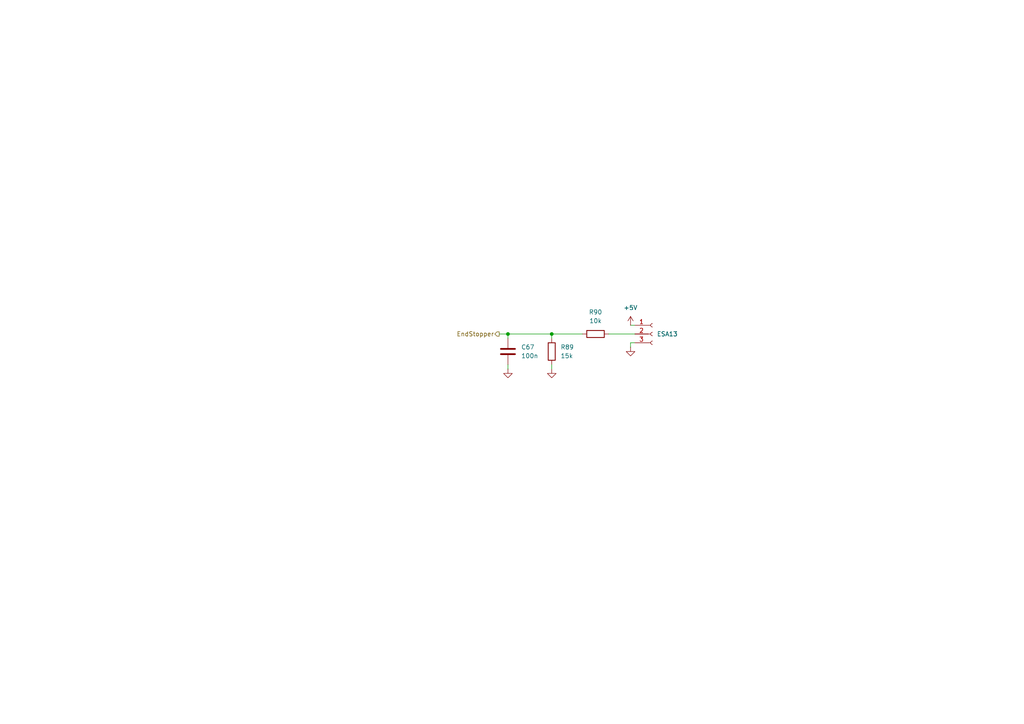
<source format=kicad_sch>
(kicad_sch (version 20250114) (generator "eeschema") (generator_version "9.0")
  (paper "A4")
  (title_block (company "МГТУ им. Н.Э.Баумана") (comment 1 "БИГЕ.351101.001 Э3") (comment 2 "Филимонов С.В.") (comment 3 "Семеренко Д.А."))
  (lib_symbols
    (symbol "Connector:Conn_01x03_Socket" (pin_names (offset 1.016) (hide yes))
      (property "Reference" "J" (at 0 5.08 0))
      (property "Value" "Conn_01x03_Socket" (at 0 -5.08 0))
      (symbol "Conn_01x03_Socket_1_1"
        (polyline (pts (xy -1.27 2.54) (xy -0.508 2.54)) (stroke (width 0.1524)))
        (polyline (pts (xy -1.27 0) (xy -0.508 0)) (stroke (width 0.1524)))
        (polyline (pts (xy -1.27 -2.54) (xy -0.508 -2.54)) (stroke (width 0.1524)))
        (arc (start 0 2.032) (mid -0.5058 2.54) (end 0 3.048) (stroke (width 0.1524)))
        (arc (start 0 -0.508) (mid -0.5058 0) (end 0 0.508) (stroke (width 0.1524)))
        (arc (start 0 -3.048) (mid -0.5058 -2.54) (end 0 -2.032) (stroke (width 0.1524)))
        (pin passive line (at -5.08 2.54 0) (length 3.81) (name "Pin_1") (number "1"))
        (pin passive line (at -5.08 0 0) (length 3.81) (name "Pin_2") (number "2"))
        (pin passive line (at -5.08 -2.54 0) (length 3.81) (name "Pin_3") (number "3"))
      )
    )
    (symbol "Device:C" (pin_numbers (hide yes)) (pin_names (offset 0.254))
      (property "Reference" "C" (at 0.635 2.54 0))
      (property "Value" "C" (at 0.635 -2.54 0))
      (symbol "C_0_1"
        (polyline (pts (xy -2.032 0.762) (xy 2.032 0.762)) (stroke (width 0.508)))
        (polyline (pts (xy -2.032 -0.762) (xy 2.032 -0.762)) (stroke (width 0.508)))
      )
      (symbol "C_1_1"
        (pin passive line (at 0 3.81 270) (length 2.794) (name "~") (number "1"))
        (pin passive line (at 0 -3.81 90) (length 2.794) (name "~") (number "2"))
      )
    )
    (symbol "Device:R" (pin_numbers (hide yes)) (pin_names (offset 0))
      (property "Reference" "R" (at 2.032 0 90))
      (property "Value" "R" (at 0 0 90))
      (symbol "R_0_1"
        (rectangle (start -1.016 -2.54) (end 1.016 2.54) (stroke (width 0.254)))
      )
      (symbol "R_1_1"
        (pin passive line (at 0 3.81 270) (length 1.27) (name "~") (number "1"))
        (pin passive line (at 0 -3.81 90) (length 1.27) (name "~") (number "2"))
      )
    )
    (symbol "power:+5V" (power) (pin_numbers (hide yes)) (pin_names (offset 0) (hide yes))
      (property "Value" "+5V" (at 0 3.556 0))
      (symbol "+5V_0_1"
        (polyline (pts (xy -0.762 1.27) (xy 0 2.54)))
        (polyline (pts (xy 0 2.54) (xy 0.762 1.27)))
        (polyline (pts (xy 0 0) (xy 0 2.54)))
      )
      (symbol "+5V_1_1"
        (pin power_in line (at 0 0 90) (length 0) (name "~") (number "1"))
      )
    )
    (symbol "power:GND" (power) (pin_numbers (hide yes)) (pin_names (offset 0) (hide yes))
      (property "Value" "GND" (at 0 -3.81 0))
      (symbol "GND_0_1"
        (polyline (pts (xy 0 0) (xy 0 -1.27) (xy 1.27 -1.27) (xy 0 -2.54) (xy -1.27 -1.27) (xy 0 -1.27)))
      )
      (symbol "GND_1_1"
        (pin power_in line (at 0 0 270) (length 0) (name "~") (number "1"))
      )
    )
  )
  (junction (at 147.3253 96.8766))
  (junction (at 160.0253 96.8766))
  (wire (pts (xy 182.8853 99.4166) (xy 184.1553 99.4166)))
  (wire (pts (xy 182.8853 100.6866) (xy 182.8853 99.4166)))
  (wire (pts (xy 160.0253 105.7666) (xy 160.0253 107.0366)))
  (wire (pts (xy 147.3253 105.7666) (xy 147.3253 107.0366)))
  (wire (pts (xy 144.7853 96.8766) (xy 147.3253 96.8766)))
  (wire (pts (xy 147.3253 96.8766) (xy 160.0253 96.8766)))
  (wire (pts (xy 160.0253 96.8766) (xy 160.0253 98.1466)))
  (wire (pts (xy 176.5353 96.8766) (xy 184.1553 96.8766)))
  (wire (pts (xy 147.3253 96.8766) (xy 147.3253 98.1466)))
  (wire (pts (xy 182.8853 94.3366) (xy 184.1553 94.3366)))
  (wire (pts (xy 160.0253 96.8766) (xy 168.9153 96.8766)))
  (hierarchical_label "EndStopper" (shape output) (at 144.7853 96.8766 180))
  (symbol (lib_id "power:GND") (at 182.8853 100.6866 0) (unit 1)
    (property "Reference" "#PWR0222" (effects (hide yes)))
    (property "Value" "GND" (effects (hide yes)))
    (property "Description" "Power symbol creates a global label with name \"GND\" , ground" (effects (hide yes)))
    (instances (project "Squid" (path "" (reference "#PWR0226") (unit 1)) (path "" (reference "#PWR0234") (unit 1)) (path "" (reference "#PWR0238") (unit 1)) (path "" (reference "#PWR0218") (unit 1)) (path "" (reference "#PWR0222") (unit 1)) (path "" (reference "#PWR0230") (unit 1))))
  )
  (symbol (lib_id "Device:R") (at 172.7253 96.8766 270) (unit 1)
    (property "Reference" "R88" (at 172.7253 90.5266 90))
    (property "Value" "10k" (at 172.7253 93.0666 90))
    (property "Footprint" "Resistor_SMD:R_0805_2012Metric" (effects (hide yes)))
    (property "Description" "Resistor" (effects (hide yes)))
    (instances (project "Squid" (path "" (reference "R90") (unit 1)) (path "" (reference "R94") (unit 1)) (path "" (reference "R96") (unit 1)) (path "" (reference "R86") (unit 1)) (path "" (reference "R88") (unit 1)) (path "" (reference "R92") (unit 1))))
  )
  (symbol (lib_id "Device:C") (at 147.3253 101.9566 0) (unit 1)
    (property "Reference" "C66" (at 151.1353 100.6865 0) (effects (justify left)))
    (property "Value" "100n" (at 151.1353 103.2265 0) (effects (justify left)))
    (property "Footprint" "Capacitor_SMD:C_0805_2012Metric" (effects (hide yes)))
    (property "Description" "Unpolarized capacitor" (effects (hide yes)))
    (instances (project "Squid" (path "" (reference "C67") (unit 1)) (path "" (reference "C69") (unit 1)) (path "" (reference "C70") (unit 1)) (path "" (reference "C65") (unit 1)) (path "" (reference "C66") (unit 1)) (path "" (reference "C68") (unit 1))))
  )
  (symbol (lib_id "Connector:Conn_01x03_Socket") (at 189.2353 96.8766 0) (unit 1)
    (property "Reference" "ESA12" (at 190.5053 96.8766 0) (effects (justify left)))
    (property "Value" "ESA" (effects (hide yes)))
    (property "Footprint" "Connector_JST:JST_PH_B3B-PH-K_1x03_P2.00mm_Vertical" (effects (hide yes)))
    (property "Description" "Generic connector, single row, 01x03, script generated" (effects (hide yes)))
    (instances (project "Squid" (path "" (reference "ESA13") (unit 1)) (path "" (reference "ESA15") (unit 1)) (path "" (reference "ESA16") (unit 1)) (path "" (reference "ESA11") (unit 1)) (path "" (reference "ESA12") (unit 1)) (path "" (reference "ESA14") (unit 1))))
  )
  (symbol (lib_id "Device:R") (at 160.0253 101.9566 180) (unit 1)
    (property "Reference" "R87" (at 162.5653 100.6865 0) (effects (justify right)))
    (property "Value" "15k" (at 162.5653 103.2265 0) (effects (justify right)))
    (property "Footprint" "Resistor_SMD:R_0805_2012Metric" (effects (hide yes)))
    (property "Description" "Resistor" (effects (hide yes)))
    (instances (project "Squid" (path "" (reference "R89") (unit 1)) (path "" (reference "R93") (unit 1)) (path "" (reference "R95") (unit 1)) (path "" (reference "R85") (unit 1)) (path "" (reference "R87") (unit 1)) (path "" (reference "R91") (unit 1))))
  )
  (symbol (lib_id "power:GND") (at 160.0253 107.0366 0) (unit 1)
    (property "Reference" "#PWR0220" (effects (hide yes)))
    (property "Value" "GND" (effects (hide yes)))
    (property "Description" "Power symbol creates a global label with name \"GND\" , ground" (effects (hide yes)))
    (instances (project "Squid" (path "" (reference "#PWR0224") (unit 1)) (path "" (reference "#PWR0232") (unit 1)) (path "" (reference "#PWR0236") (unit 1)) (path "" (reference "#PWR0216") (unit 1)) (path "" (reference "#PWR0220") (unit 1)) (path "" (reference "#PWR0228") (unit 1))))
  )
  (symbol (lib_id "power:+5V") (at 182.8853 94.3366 0) (unit 1)
    (property "Reference" "#PWR0221" (effects (hide yes)))
    (property "Value" "+5V" (at 182.8853 89.2566 0))
    (property "Description" "Power symbol creates a global label with name \"+5V\"" (effects (hide yes)))
    (instances (project "Squid" (path "" (reference "#PWR0225") (unit 1)) (path "" (reference "#PWR0233") (unit 1)) (path "" (reference "#PWR0237") (unit 1)) (path "" (reference "#PWR0217") (unit 1)) (path "" (reference "#PWR0221") (unit 1)) (path "" (reference "#PWR0229") (unit 1))))
  )
  (symbol (lib_id "power:GND") (at 147.3253 107.0366 0) (unit 1)
    (property "Reference" "#PWR0219" (effects (hide yes)))
    (property "Value" "GND" (effects (hide yes)))
    (property "Description" "Power symbol creates a global label with name \"GND\" , ground" (effects (hide yes)))
    (instances (project "Squid" (path "" (reference "#PWR0223") (unit 1)) (path "" (reference "#PWR0231") (unit 1)) (path "" (reference "#PWR0235") (unit 1)) (path "" (reference "#PWR0215") (unit 1)) (path "" (reference "#PWR0219") (unit 1)) (path "" (reference "#PWR0227") (unit 1))))
  )
)
</source>
